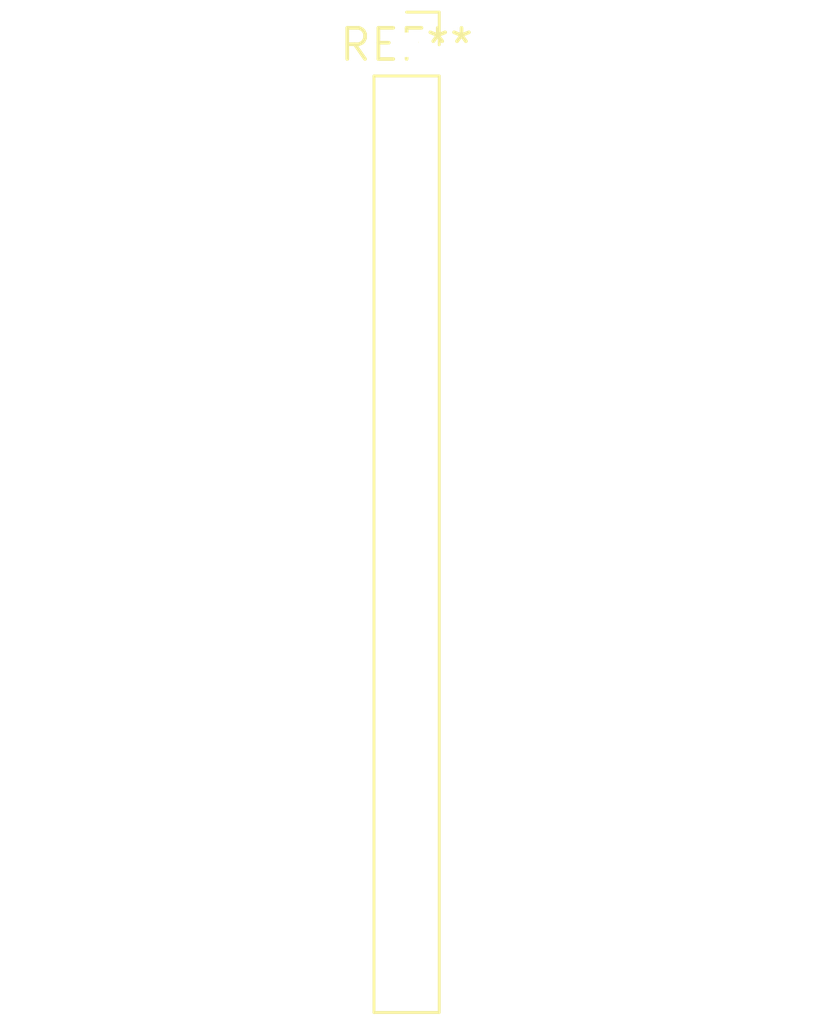
<source format=kicad_pcb>
(kicad_pcb (version 20240108) (generator pcbnew)
  (layers (0 "F.Cu" signal) (31 "B.Cu" signal) (34 "B.Paste" user) (35 "F.Paste" user) (36 "B.SilkS" user "B.Silkscreen") (37 "F.SilkS" user "F.Silkscreen") (38 "B.Mask" user) (39 "F.Mask" user) (44 "Edge.Cuts" user))
  (net 0 "")
  (footprint "PinSocket_1x16_P2.54mm_Vertical" (layer "F.Cu") (at 0 0)
    (property "Reference" "REF**")
    (property "Value" "PinSocket_1x16_P2.54mm_Vertical")
    (fp_line (start -1.33 1.27) (end -1.33 39.43) (layer "F.SilkS") (stroke (width 0.12)))
    (fp_line (start -1.33 1.27) (end 1.33 1.27) (layer "F.SilkS") (stroke (width 0.12)))
    (fp_line (start -1.33 39.43) (end 1.33 39.43) (layer "F.SilkS") (stroke (width 0.12)))
    (fp_line (start 0 -1.33) (end 1.33 -1.33) (layer "F.SilkS") (stroke (width 0.12)))
    (fp_line (start 1.33 -1.33) (end 1.33 0) (layer "F.SilkS") (stroke (width 0.12)))
    (fp_line (start 1.33 1.27) (end 1.33 39.43) (layer "F.SilkS") (stroke (width 0.12)))
    (pad "1" thru_hole rect (at 0 0) (size 1.7 1.7) (drill 1) (layers *.Cu *.Mask) (remove_unused_layers))
    (pad "2" thru_hole oval (at 0 2.54) (size 1.7 1.7) (drill 1) (layers *.Cu *.Mask) (remove_unused_layers))
    (pad "3" thru_hole oval (at 0 5.08) (size 1.7 1.7) (drill 1) (layers *.Cu *.Mask) (remove_unused_layers))
    (pad "4" thru_hole oval (at 0 7.62) (size 1.7 1.7) (drill 1) (layers *.Cu *.Mask) (remove_unused_layers))
    (pad "5" thru_hole oval (at 0 10.16) (size 1.7 1.7) (drill 1) (layers *.Cu *.Mask) (remove_unused_layers))
    (pad "6" thru_hole oval (at 0 12.7) (size 1.7 1.7) (drill 1) (layers *.Cu *.Mask) (remove_unused_layers))
    (pad "7" thru_hole oval (at 0 15.24) (size 1.7 1.7) (drill 1) (layers *.Cu *.Mask) (remove_unused_layers))
    (pad "8" thru_hole oval (at 0 17.78) (size 1.7 1.7) (drill 1) (layers *.Cu *.Mask) (remove_unused_layers))
    (pad "9" thru_hole oval (at 0 20.32) (size 1.7 1.7) (drill 1) (layers *.Cu *.Mask) (remove_unused_layers))
    (pad "10" thru_hole oval (at 0 22.86) (size 1.7 1.7) (drill 1) (layers *.Cu *.Mask) (remove_unused_layers))
    (pad "11" thru_hole oval (at 0 25.4) (size 1.7 1.7) (drill 1) (layers *.Cu *.Mask) (remove_unused_layers))
    (pad "12" thru_hole oval (at 0 27.94) (size 1.7 1.7) (drill 1) (layers *.Cu *.Mask) (remove_unused_layers))
    (pad "13" thru_hole oval (at 0 30.48) (size 1.7 1.7) (drill 1) (layers *.Cu *.Mask) (remove_unused_layers))
    (pad "14" thru_hole oval (at 0 33.02) (size 1.7 1.7) (drill 1) (layers *.Cu *.Mask) (remove_unused_layers))
    (pad "15" thru_hole oval (at 0 35.56) (size 1.7 1.7) (drill 1) (layers *.Cu *.Mask) (remove_unused_layers))
    (pad "16" thru_hole oval (at 0 38.1) (size 1.7 1.7) (drill 1) (layers *.Cu *.Mask) (remove_unused_layers))
  )
)
</source>
